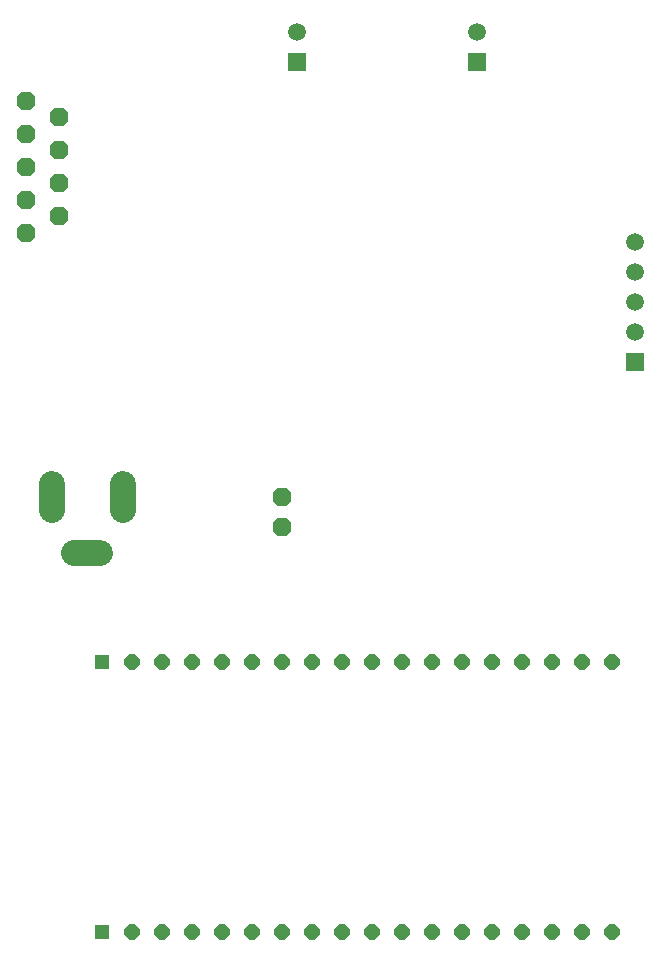
<source format=gbr>
G04 EAGLE Gerber RS-274X export*
G75*
%MOMM*%
%FSLAX34Y34*%
%LPD*%
%INTop Copper*%
%IPPOS*%
%AMOC8*
5,1,8,0,0,1.08239X$1,22.5*%
G01*
%ADD10P,1.732040X8X292.500000*%
%ADD11P,1.704548X8X112.500000*%
%ADD12C,2.184400*%
%ADD13R,1.508000X1.508000*%
%ADD14C,1.508000*%
%ADD15R,1.308000X1.308000*%
%ADD16P,1.415766X8X22.500000*%


D10*
X342900Y457200D03*
X342900Y431800D03*
D11*
X125730Y792480D03*
X125730Y764540D03*
X125730Y736600D03*
X125730Y708660D03*
X125730Y680720D03*
X153670Y778510D03*
X153670Y750570D03*
X153670Y722630D03*
X153670Y694690D03*
D12*
X166878Y409200D02*
X188722Y409200D01*
X147800Y446278D02*
X147800Y468122D01*
X207800Y468122D02*
X207800Y446278D01*
D13*
X641350Y571500D03*
D14*
X641350Y596900D03*
X641350Y622300D03*
X641350Y647700D03*
X641350Y673100D03*
D13*
X355600Y825500D03*
D14*
X355600Y850900D03*
D13*
X508000Y825500D03*
D14*
X508000Y850900D03*
D15*
X190500Y88900D03*
D16*
X215900Y88900D03*
X241300Y88900D03*
X266700Y88900D03*
X292100Y88900D03*
X317500Y88900D03*
X342900Y88900D03*
X368300Y88900D03*
X393700Y88900D03*
X419100Y88900D03*
X444500Y88900D03*
X469900Y88900D03*
X495300Y88900D03*
X520700Y88900D03*
X546100Y88900D03*
X571500Y88900D03*
X596900Y88900D03*
X622300Y88900D03*
X622300Y317500D03*
X596900Y317500D03*
X571500Y317500D03*
X546100Y317500D03*
X520700Y317500D03*
X495300Y317500D03*
X469900Y317500D03*
X444500Y317500D03*
X419100Y317500D03*
X393700Y317500D03*
X368300Y317500D03*
X342900Y317500D03*
X317500Y317500D03*
X292100Y317500D03*
X266700Y317500D03*
X241300Y317500D03*
X215900Y317500D03*
D15*
X190500Y317500D03*
M02*

</source>
